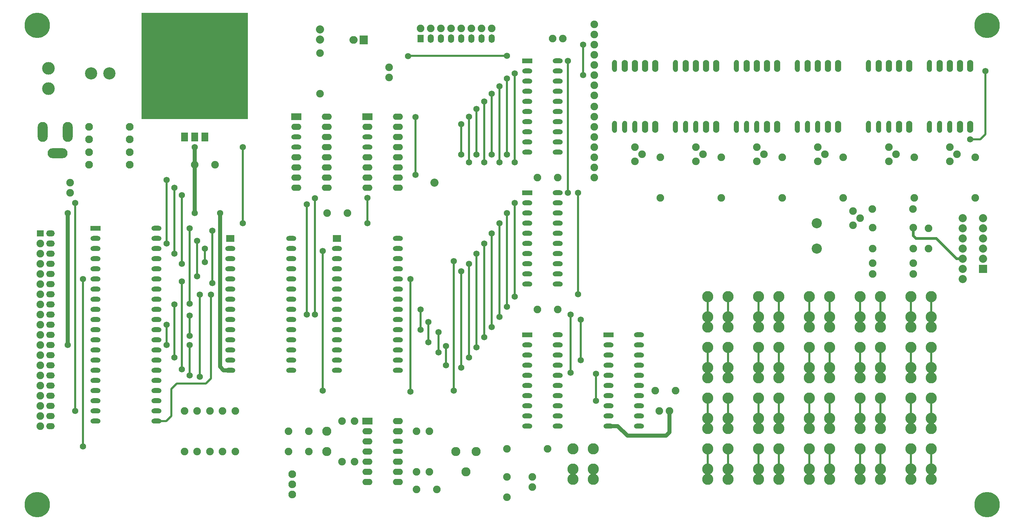
<source format=gtl>
G04 Layer_Physical_Order=1*
G04 Layer_Color=255*
%FSLAX25Y25*%
%MOIN*%
G70*
G01*
G75*
%ADD10C,0.02000*%
%ADD11C,0.04000*%
%ADD12C,0.02500*%
%ADD13R,1.04600X1.05000*%
%ADD14C,0.11000*%
%ADD15C,0.08000*%
%ADD16C,0.07500*%
%ADD17O,0.10000X0.05000*%
%ADD18R,0.10000X0.05000*%
%ADD19R,0.10000X0.07000*%
%ADD20O,0.10000X0.06000*%
%ADD21R,0.08000X0.06500*%
%ADD22C,0.12000*%
%ADD23O,0.06000X0.08500*%
%ADD24R,0.06000X0.07500*%
%ADD25C,0.10000*%
%ADD26C,0.09000*%
%ADD27R,0.07000X0.06000*%
%ADD28O,0.08500X0.06000*%
%ADD29O,0.05000X0.12000*%
%ADD30O,0.06000X0.12000*%
%ADD31R,0.08000X0.08500*%
%ADD32O,0.08000X0.07600*%
%ADD33C,0.07600*%
%ADD34R,0.08000X0.08000*%
%ADD35O,0.19700X0.09800*%
%ADD36O,0.09800X0.19700*%
%ADD37C,0.12500*%
%ADD38C,0.25000*%
%ADD39R,0.07000X0.09000*%
%ADD40C,0.24000*%
%ADD41C,0.06200*%
D10*
X800000Y527000D02*
Y609500D01*
X795000Y522000D02*
X800000Y527000D01*
X766500Y522000D02*
X795000D01*
X910000Y515000D02*
Y652500D01*
X902500Y590000D02*
Y704500D01*
X1154000Y532500D02*
Y590000D01*
X1562500Y767500D02*
Y830000D01*
X1166500Y826000D02*
Y856000D01*
X779000Y600500D02*
Y675000D01*
Y600000D02*
Y600500D01*
X1509000Y587500D02*
Y607500D01*
Y537500D02*
Y557500D01*
Y487500D02*
Y507500D01*
Y437500D02*
Y457500D01*
X1489000Y587500D02*
Y607500D01*
Y537500D02*
Y557500D01*
Y487500D02*
Y507500D01*
Y437500D02*
Y457500D01*
X1459000Y587500D02*
Y607500D01*
Y537500D02*
Y557500D01*
Y487500D02*
Y507500D01*
Y437500D02*
Y457500D01*
X1409000Y587500D02*
Y607500D01*
Y537500D02*
Y557500D01*
Y487500D02*
Y507500D01*
Y437500D02*
Y457500D01*
X1439000Y587500D02*
Y607500D01*
Y537500D02*
Y557500D01*
Y487500D02*
Y507500D01*
Y437500D02*
Y457500D01*
X1389000Y587500D02*
Y607500D01*
Y537500D02*
Y557500D01*
Y487500D02*
Y507500D01*
Y437500D02*
Y457500D01*
X1359000Y437500D02*
Y457500D01*
Y537500D02*
Y557500D01*
Y587500D02*
Y607500D01*
Y487500D02*
Y507500D01*
X1339000Y437500D02*
Y457500D01*
Y537500D02*
Y557500D01*
Y587500D02*
Y607500D01*
Y487500D02*
Y507500D01*
X1289000Y437500D02*
Y457500D01*
Y487500D02*
Y507500D01*
Y537500D02*
Y557500D01*
Y587500D02*
Y607500D01*
X1309000Y437500D02*
Y457500D01*
Y487500D02*
Y507500D01*
Y537500D02*
Y557500D01*
Y587500D02*
Y607500D01*
X1161500Y610000D02*
Y710000D01*
X1179000Y505000D02*
Y531500D01*
X1164000Y545000D02*
Y585000D01*
X1151500Y710000D02*
Y840000D01*
X1091500Y747500D02*
Y822500D01*
Y597500D02*
Y690000D01*
X1099000Y740000D02*
Y827500D01*
Y607500D02*
Y700000D01*
X1061500Y747500D02*
Y792500D01*
Y557500D02*
Y650000D01*
X1076500Y747500D02*
Y807500D01*
Y577500D02*
Y670000D01*
X1069000Y740000D02*
Y800000D01*
Y567500D02*
Y660000D01*
X1084000Y740000D02*
Y815000D01*
Y587500D02*
Y680000D01*
X1024000Y552500D02*
Y572500D01*
X1031500Y540000D02*
Y559000D01*
X1054000Y547500D02*
Y640000D01*
Y740000D02*
Y785000D01*
X1046500Y747500D02*
Y777500D01*
Y537500D02*
Y632500D01*
X1039000Y515000D02*
Y642500D01*
X996500Y514000D02*
Y625000D01*
X1001500Y727500D02*
Y784500D01*
X1006500Y575000D02*
Y595000D01*
X1014000Y562500D02*
Y582500D01*
X954000Y680000D02*
Y705000D01*
X894500Y590000D02*
Y698500D01*
X801500Y621000D02*
Y672500D01*
X831500Y680000D02*
Y755000D01*
X771500Y536000D02*
Y622500D01*
Y640000D02*
Y707500D01*
X779000Y569000D02*
Y589000D01*
Y530000D02*
Y560000D01*
X786500Y627500D02*
Y662500D01*
X794000Y641500D02*
Y655000D01*
X789000Y528500D02*
Y609500D01*
X761000Y516500D02*
X766500Y522000D01*
X756000Y485000D02*
X761000Y490000D01*
Y516500D01*
X756500Y560000D02*
Y580000D01*
Y660000D02*
Y722500D01*
X764000Y547500D02*
Y600000D01*
Y650000D02*
Y715000D01*
X674000Y460000D02*
Y625000D01*
X666500Y495000D02*
Y700000D01*
X746500Y485000D02*
X756000D01*
X1557500Y762500D02*
X1562500Y767500D01*
X1548500Y762500D02*
X1557500D01*
X994000Y844500D02*
X994500Y845000D01*
X1091500D01*
D11*
X812500Y535000D02*
X819000D01*
X809000Y538500D02*
X812500Y535000D01*
X809000Y538500D02*
Y690000D01*
X784000Y737500D02*
Y755000D01*
Y690000D02*
Y737500D01*
X1251500Y474000D02*
Y495000D01*
X1248000Y470500D02*
X1251500Y474000D01*
X1210000Y470500D02*
X1248000D01*
X1200500Y480000D02*
X1210000Y470500D01*
X1191500Y480000D02*
X1200500D01*
X659000Y560000D02*
Y690000D01*
D12*
X1534000Y645000D02*
X1540000D01*
X1514000Y665000D02*
X1534000Y645000D01*
X1494000Y665000D02*
X1514000D01*
X1491500Y667500D02*
X1494000Y665000D01*
X1491500Y667500D02*
Y675500D01*
D13*
X784300Y835000D02*
D03*
D14*
X1156500Y437500D02*
D03*
X1176500D02*
D03*
Y457500D02*
D03*
X1156500D02*
D03*
Y427500D02*
D03*
X1176500D02*
D03*
X1509000D02*
D03*
X1489000D02*
D03*
Y457500D02*
D03*
X1509000D02*
D03*
Y437500D02*
D03*
X1489000D02*
D03*
X1439000D02*
D03*
X1459000D02*
D03*
Y457500D02*
D03*
X1439000D02*
D03*
Y427500D02*
D03*
X1459000D02*
D03*
X1409000D02*
D03*
X1389000D02*
D03*
Y457500D02*
D03*
X1409000D02*
D03*
Y437500D02*
D03*
X1389000D02*
D03*
X1339000D02*
D03*
X1359000D02*
D03*
Y457500D02*
D03*
X1339000D02*
D03*
Y427500D02*
D03*
X1359000D02*
D03*
X1309000D02*
D03*
X1289000D02*
D03*
Y457500D02*
D03*
X1309000D02*
D03*
Y437500D02*
D03*
X1289000D02*
D03*
X1489000Y487500D02*
D03*
X1509000D02*
D03*
Y507500D02*
D03*
X1489000D02*
D03*
Y477500D02*
D03*
X1509000D02*
D03*
X1459000D02*
D03*
X1439000D02*
D03*
Y507500D02*
D03*
X1459000D02*
D03*
Y487500D02*
D03*
X1439000D02*
D03*
X1389000D02*
D03*
X1409000D02*
D03*
Y507500D02*
D03*
X1389000D02*
D03*
Y477500D02*
D03*
X1409000D02*
D03*
X1359000D02*
D03*
X1339000D02*
D03*
Y507500D02*
D03*
X1359000D02*
D03*
Y487500D02*
D03*
X1339000D02*
D03*
X1289000D02*
D03*
X1309000D02*
D03*
Y507500D02*
D03*
X1289000D02*
D03*
Y477500D02*
D03*
X1309000D02*
D03*
X1509000Y527500D02*
D03*
X1489000D02*
D03*
Y557500D02*
D03*
X1509000D02*
D03*
Y537500D02*
D03*
X1489000D02*
D03*
X1439000D02*
D03*
X1459000D02*
D03*
Y557500D02*
D03*
X1439000D02*
D03*
Y527500D02*
D03*
X1459000D02*
D03*
X1409000D02*
D03*
X1389000D02*
D03*
Y557500D02*
D03*
X1409000D02*
D03*
Y537500D02*
D03*
X1389000D02*
D03*
X1339000D02*
D03*
X1359000D02*
D03*
Y557500D02*
D03*
X1339000D02*
D03*
Y527500D02*
D03*
X1359000D02*
D03*
X1309000D02*
D03*
X1289000D02*
D03*
Y557500D02*
D03*
X1309000D02*
D03*
Y537500D02*
D03*
X1289000D02*
D03*
X1489000Y587500D02*
D03*
X1509000D02*
D03*
Y607500D02*
D03*
X1489000D02*
D03*
Y577500D02*
D03*
X1509000D02*
D03*
X1459000D02*
D03*
X1439000D02*
D03*
Y607500D02*
D03*
X1459000D02*
D03*
Y587500D02*
D03*
X1439000D02*
D03*
X1389000D02*
D03*
X1409000D02*
D03*
Y607500D02*
D03*
X1389000D02*
D03*
Y577500D02*
D03*
X1409000D02*
D03*
X1359000D02*
D03*
X1339000D02*
D03*
Y607500D02*
D03*
X1359000D02*
D03*
Y587500D02*
D03*
X1339000D02*
D03*
X1289000D02*
D03*
X1309000D02*
D03*
Y607500D02*
D03*
X1289000D02*
D03*
Y577500D02*
D03*
X1309000D02*
D03*
D15*
X1020000Y720000D02*
D03*
X1540000Y625000D02*
D03*
X907500Y861000D02*
D03*
Y871000D02*
D03*
X1540000Y685000D02*
D03*
Y675000D02*
D03*
X1560000Y685000D02*
D03*
Y665000D02*
D03*
Y645000D02*
D03*
Y655000D02*
D03*
Y675000D02*
D03*
X1540000Y635000D02*
D03*
Y645000D02*
D03*
Y655000D02*
D03*
Y665000D02*
D03*
D16*
X1022500Y417500D02*
D03*
X1002500D02*
D03*
X876500Y455000D02*
D03*
X896500D02*
D03*
X876500Y475000D02*
D03*
X896500D02*
D03*
X1177500Y846000D02*
D03*
Y836000D02*
D03*
Y826000D02*
D03*
Y816000D02*
D03*
Y806000D02*
D03*
Y856000D02*
D03*
Y866000D02*
D03*
Y876000D02*
D03*
Y765000D02*
D03*
Y755000D02*
D03*
Y745000D02*
D03*
Y735000D02*
D03*
Y725000D02*
D03*
Y775000D02*
D03*
Y785000D02*
D03*
Y795000D02*
D03*
X1451500Y640500D02*
D03*
X1491500D02*
D03*
X1006500Y872000D02*
D03*
X1016500D02*
D03*
X1026500D02*
D03*
X1036500D02*
D03*
X1046500D02*
D03*
X1056500D02*
D03*
X1066500D02*
D03*
X1076500D02*
D03*
X1439000Y685000D02*
D03*
X1432000Y678000D02*
D03*
Y692000D02*
D03*
X934500Y690000D02*
D03*
X914500D02*
D03*
X1491500Y655000D02*
D03*
X1451500D02*
D03*
X1491000Y694000D02*
D03*
X1451000D02*
D03*
X1257500Y515000D02*
D03*
X1237500D02*
D03*
X1015000Y475000D02*
D03*
Y435000D02*
D03*
X1002500Y475000D02*
D03*
Y435000D02*
D03*
X941500Y485000D02*
D03*
Y445000D02*
D03*
X929000Y485000D02*
D03*
Y445000D02*
D03*
X1091500Y457500D02*
D03*
X1131500D02*
D03*
X907500Y807500D02*
D03*
Y847500D02*
D03*
X1491500Y630000D02*
D03*
X1451500D02*
D03*
X1506500Y675000D02*
D03*
Y655000D02*
D03*
X632000Y660000D02*
D03*
Y650000D02*
D03*
Y640000D02*
D03*
Y630000D02*
D03*
Y620000D02*
D03*
Y610000D02*
D03*
Y600000D02*
D03*
Y590000D02*
D03*
Y580000D02*
D03*
Y570000D02*
D03*
Y560000D02*
D03*
Y550000D02*
D03*
Y540000D02*
D03*
Y530000D02*
D03*
Y520000D02*
D03*
Y510000D02*
D03*
Y500000D02*
D03*
Y490000D02*
D03*
Y480000D02*
D03*
X661500Y710000D02*
D03*
Y720000D02*
D03*
X1136500Y862000D02*
D03*
X1146500D02*
D03*
X1116500Y430000D02*
D03*
Y420000D02*
D03*
X1251500Y495000D02*
D03*
X1241500D02*
D03*
X774000D02*
D03*
Y455000D02*
D03*
X786500Y495000D02*
D03*
Y455000D02*
D03*
X799000Y495000D02*
D03*
Y455000D02*
D03*
X811500Y495000D02*
D03*
Y455000D02*
D03*
X824000Y495000D02*
D03*
Y455000D02*
D03*
X1552500Y745000D02*
D03*
Y705000D02*
D03*
X1527500Y755000D02*
D03*
Y741000D02*
D03*
X1534500Y748000D02*
D03*
X1492500Y705000D02*
D03*
Y745000D02*
D03*
X1474500Y748000D02*
D03*
X1467500Y741000D02*
D03*
Y755000D02*
D03*
X1422500Y705000D02*
D03*
Y745000D02*
D03*
X1397500Y755000D02*
D03*
Y741000D02*
D03*
X1404500Y748000D02*
D03*
X1362500Y705000D02*
D03*
Y745000D02*
D03*
X1344500Y748000D02*
D03*
X1337500Y741000D02*
D03*
Y755000D02*
D03*
X1302500Y705000D02*
D03*
Y745000D02*
D03*
X1277500Y755000D02*
D03*
Y741000D02*
D03*
X1284500Y748000D02*
D03*
X1242500Y705000D02*
D03*
Y745000D02*
D03*
X1224500Y748000D02*
D03*
X1217500Y741000D02*
D03*
Y755000D02*
D03*
X784000Y737500D02*
D03*
X804000D02*
D03*
X975500Y823500D02*
D03*
Y833500D02*
D03*
X1091500Y410000D02*
D03*
Y430000D02*
D03*
X1121500Y595000D02*
D03*
X1141500D02*
D03*
X1121500Y725000D02*
D03*
X1141500D02*
D03*
X1451500Y675500D02*
D03*
X1491500D02*
D03*
D17*
X1221500Y570000D02*
D03*
Y560000D02*
D03*
Y550000D02*
D03*
Y540000D02*
D03*
Y530000D02*
D03*
Y520000D02*
D03*
Y510000D02*
D03*
Y500000D02*
D03*
Y490000D02*
D03*
Y480000D02*
D03*
X1191500D02*
D03*
Y490000D02*
D03*
Y500000D02*
D03*
Y510000D02*
D03*
Y520000D02*
D03*
Y530000D02*
D03*
Y540000D02*
D03*
Y550000D02*
D03*
Y560000D02*
D03*
X746500Y675000D02*
D03*
Y665000D02*
D03*
Y655000D02*
D03*
Y645000D02*
D03*
Y635000D02*
D03*
Y625000D02*
D03*
Y615000D02*
D03*
Y605000D02*
D03*
Y595000D02*
D03*
Y585000D02*
D03*
Y575000D02*
D03*
Y565000D02*
D03*
Y555000D02*
D03*
Y545000D02*
D03*
Y535000D02*
D03*
Y525000D02*
D03*
Y515000D02*
D03*
Y505000D02*
D03*
Y495000D02*
D03*
Y485000D02*
D03*
X686500D02*
D03*
Y495000D02*
D03*
Y505000D02*
D03*
Y515000D02*
D03*
Y525000D02*
D03*
Y535000D02*
D03*
Y545000D02*
D03*
Y555000D02*
D03*
Y565000D02*
D03*
Y575000D02*
D03*
Y585000D02*
D03*
Y595000D02*
D03*
Y605000D02*
D03*
Y615000D02*
D03*
Y625000D02*
D03*
Y635000D02*
D03*
Y645000D02*
D03*
Y655000D02*
D03*
Y665000D02*
D03*
X954000Y765000D02*
D03*
Y755000D02*
D03*
X984000Y665000D02*
D03*
Y655000D02*
D03*
Y645000D02*
D03*
Y635000D02*
D03*
Y625000D02*
D03*
Y615000D02*
D03*
Y605000D02*
D03*
Y595000D02*
D03*
Y585000D02*
D03*
Y575000D02*
D03*
Y565000D02*
D03*
Y555000D02*
D03*
Y545000D02*
D03*
Y535000D02*
D03*
X924000D02*
D03*
Y545000D02*
D03*
Y555000D02*
D03*
Y565000D02*
D03*
Y575000D02*
D03*
Y585000D02*
D03*
Y595000D02*
D03*
Y605000D02*
D03*
Y615000D02*
D03*
Y625000D02*
D03*
Y635000D02*
D03*
Y645000D02*
D03*
Y655000D02*
D03*
X819000D02*
D03*
Y645000D02*
D03*
Y635000D02*
D03*
Y625000D02*
D03*
Y615000D02*
D03*
Y605000D02*
D03*
Y595000D02*
D03*
Y585000D02*
D03*
Y575000D02*
D03*
Y565000D02*
D03*
Y555000D02*
D03*
Y545000D02*
D03*
Y535000D02*
D03*
X879000D02*
D03*
Y545000D02*
D03*
Y555000D02*
D03*
Y565000D02*
D03*
Y575000D02*
D03*
Y585000D02*
D03*
Y595000D02*
D03*
Y605000D02*
D03*
Y615000D02*
D03*
Y625000D02*
D03*
Y635000D02*
D03*
Y645000D02*
D03*
Y655000D02*
D03*
Y665000D02*
D03*
X1141500Y570000D02*
D03*
Y560000D02*
D03*
Y550000D02*
D03*
Y540000D02*
D03*
Y530000D02*
D03*
Y520000D02*
D03*
Y510000D02*
D03*
Y500000D02*
D03*
Y490000D02*
D03*
Y480000D02*
D03*
X1111500D02*
D03*
Y490000D02*
D03*
Y500000D02*
D03*
Y510000D02*
D03*
Y520000D02*
D03*
Y530000D02*
D03*
Y540000D02*
D03*
Y550000D02*
D03*
Y560000D02*
D03*
X1141500Y710000D02*
D03*
Y700000D02*
D03*
Y690000D02*
D03*
Y680000D02*
D03*
Y670000D02*
D03*
Y660000D02*
D03*
Y650000D02*
D03*
Y640000D02*
D03*
Y630000D02*
D03*
Y620000D02*
D03*
X1111500D02*
D03*
Y630000D02*
D03*
Y640000D02*
D03*
Y650000D02*
D03*
Y660000D02*
D03*
Y670000D02*
D03*
Y680000D02*
D03*
Y690000D02*
D03*
Y700000D02*
D03*
X1141500Y840000D02*
D03*
Y830000D02*
D03*
Y820000D02*
D03*
Y810000D02*
D03*
Y800000D02*
D03*
Y790000D02*
D03*
Y780000D02*
D03*
Y770000D02*
D03*
Y760000D02*
D03*
Y750000D02*
D03*
X1111500D02*
D03*
Y760000D02*
D03*
Y770000D02*
D03*
Y780000D02*
D03*
Y790000D02*
D03*
Y800000D02*
D03*
Y810000D02*
D03*
Y820000D02*
D03*
Y830000D02*
D03*
X984000Y455000D02*
D03*
Y465000D02*
D03*
X884000Y765000D02*
D03*
Y755000D02*
D03*
D18*
X1191500Y570000D02*
D03*
X686500Y675000D02*
D03*
X1111500Y570000D02*
D03*
Y710000D02*
D03*
Y840000D02*
D03*
D19*
X954000Y785000D02*
D03*
Y485000D02*
D03*
X884000Y785000D02*
D03*
D20*
X954000Y775000D02*
D03*
Y745000D02*
D03*
Y735000D02*
D03*
Y725000D02*
D03*
Y715000D02*
D03*
X984000D02*
D03*
Y725000D02*
D03*
Y735000D02*
D03*
Y745000D02*
D03*
Y755000D02*
D03*
Y765000D02*
D03*
Y775000D02*
D03*
Y785000D02*
D03*
X954000Y475000D02*
D03*
Y465000D02*
D03*
Y455000D02*
D03*
Y445000D02*
D03*
Y435000D02*
D03*
Y425000D02*
D03*
X984000D02*
D03*
Y435000D02*
D03*
Y445000D02*
D03*
Y475000D02*
D03*
Y485000D02*
D03*
X884000Y775000D02*
D03*
Y745000D02*
D03*
Y735000D02*
D03*
Y725000D02*
D03*
Y715000D02*
D03*
X914000D02*
D03*
Y725000D02*
D03*
Y735000D02*
D03*
Y745000D02*
D03*
Y755000D02*
D03*
Y765000D02*
D03*
Y775000D02*
D03*
Y785000D02*
D03*
D21*
X924000Y665000D02*
D03*
X819000D02*
D03*
D22*
X700000Y827500D02*
D03*
X682000D02*
D03*
D23*
X1016500Y862000D02*
D03*
X1026500D02*
D03*
X1036500D02*
D03*
X1046500D02*
D03*
X1056500D02*
D03*
X1066500D02*
D03*
X1076500D02*
D03*
D24*
X1006500D02*
D03*
D25*
X1396500Y655000D02*
D03*
Y680000D02*
D03*
D26*
X914000Y475000D02*
D03*
Y455000D02*
D03*
X1051000Y435000D02*
D03*
X1041000Y455000D02*
D03*
X1061000D02*
D03*
D27*
X632000Y670000D02*
D03*
D28*
X642000D02*
D03*
Y660000D02*
D03*
Y650000D02*
D03*
Y640000D02*
D03*
Y630000D02*
D03*
Y620000D02*
D03*
Y610000D02*
D03*
Y600000D02*
D03*
Y590000D02*
D03*
Y580000D02*
D03*
Y570000D02*
D03*
Y560000D02*
D03*
Y550000D02*
D03*
Y540000D02*
D03*
Y530000D02*
D03*
Y520000D02*
D03*
Y510000D02*
D03*
Y500000D02*
D03*
Y490000D02*
D03*
Y480000D02*
D03*
D29*
X1197500Y775000D02*
D03*
X1207500D02*
D03*
X1217500D02*
D03*
X1197500Y835000D02*
D03*
X1257500D02*
D03*
X1277500Y775000D02*
D03*
X1267500D02*
D03*
X1257500D02*
D03*
X1317500D02*
D03*
X1327500D02*
D03*
X1337500D02*
D03*
X1317500Y835000D02*
D03*
X1377500D02*
D03*
X1397500Y775000D02*
D03*
X1387500D02*
D03*
X1377500D02*
D03*
X1447500D02*
D03*
X1457500D02*
D03*
X1467500D02*
D03*
X1447500Y835000D02*
D03*
X1507500D02*
D03*
X1527500Y775000D02*
D03*
X1517500D02*
D03*
X1507500D02*
D03*
D30*
X1227500D02*
D03*
X1237500D02*
D03*
Y835000D02*
D03*
X1227500D02*
D03*
X1217500D02*
D03*
X1207500D02*
D03*
X1267500D02*
D03*
X1277500D02*
D03*
X1287500D02*
D03*
X1297500D02*
D03*
Y775000D02*
D03*
X1287500D02*
D03*
X1347500D02*
D03*
X1357500D02*
D03*
Y835000D02*
D03*
X1347500D02*
D03*
X1337500D02*
D03*
X1327500D02*
D03*
X1387500D02*
D03*
X1397500D02*
D03*
X1407500D02*
D03*
X1417500D02*
D03*
Y775000D02*
D03*
X1407500D02*
D03*
X1477500D02*
D03*
X1487500D02*
D03*
Y835000D02*
D03*
X1477500D02*
D03*
X1467500D02*
D03*
X1457500D02*
D03*
X1517500D02*
D03*
X1527500D02*
D03*
X1537500D02*
D03*
X1547500D02*
D03*
Y775000D02*
D03*
X1537500D02*
D03*
D31*
X950500Y860500D02*
D03*
D32*
X940500D02*
D03*
D33*
X720000Y775000D02*
D03*
X680000D02*
D03*
X880000Y432500D02*
D03*
Y422500D02*
D03*
Y412500D02*
D03*
X680000Y737500D02*
D03*
X720000D02*
D03*
X680000Y762500D02*
D03*
X720000D02*
D03*
Y750000D02*
D03*
X680000D02*
D03*
D34*
X1560000Y635000D02*
D03*
D35*
X649300Y748800D02*
D03*
D36*
X659100Y770000D02*
D03*
X634500D02*
D03*
D37*
X640000Y832500D02*
D03*
Y812500D02*
D03*
D38*
X1564000Y402500D02*
D03*
Y875000D02*
D03*
X629000D02*
D03*
Y402500D02*
D03*
D39*
X774000Y765000D02*
D03*
X784000D02*
D03*
X794000D02*
D03*
D40*
X784000Y835000D02*
D03*
D41*
X800000Y609500D02*
D03*
X910000Y515000D02*
D03*
Y652500D02*
D03*
X902500Y590000D02*
D03*
Y704500D02*
D03*
X1164000Y545000D02*
D03*
Y585000D02*
D03*
X1154000Y590000D02*
D03*
X1562500Y830000D02*
D03*
X1166500Y856000D02*
D03*
Y826000D02*
D03*
X1154000Y532500D02*
D03*
X1161500Y610000D02*
D03*
Y710000D02*
D03*
X1179000Y531500D02*
D03*
Y505000D02*
D03*
X1151500Y840000D02*
D03*
Y710000D02*
D03*
X1091500Y822500D02*
D03*
Y747500D02*
D03*
Y690000D02*
D03*
Y597500D02*
D03*
X1099000Y827500D02*
D03*
Y740000D02*
D03*
Y700000D02*
D03*
Y607500D02*
D03*
X1061500Y792500D02*
D03*
Y747500D02*
D03*
Y650000D02*
D03*
Y557500D02*
D03*
X1076500Y747500D02*
D03*
Y670000D02*
D03*
Y577500D02*
D03*
Y807500D02*
D03*
X1069000Y800000D02*
D03*
Y740000D02*
D03*
Y660000D02*
D03*
Y567500D02*
D03*
X1084000Y740000D02*
D03*
Y680000D02*
D03*
Y587500D02*
D03*
Y815000D02*
D03*
X1024000Y552500D02*
D03*
Y572500D02*
D03*
X1031500Y559000D02*
D03*
Y540000D02*
D03*
X1054000Y640000D02*
D03*
Y547500D02*
D03*
Y740000D02*
D03*
Y785000D02*
D03*
X1046500Y747500D02*
D03*
Y777500D02*
D03*
Y632500D02*
D03*
Y537500D02*
D03*
X1039000Y642500D02*
D03*
Y515000D02*
D03*
X996500Y514000D02*
D03*
Y625000D02*
D03*
X1001500Y784500D02*
D03*
Y727500D02*
D03*
X1006500Y595000D02*
D03*
Y575000D02*
D03*
X1014000Y562500D02*
D03*
Y582500D02*
D03*
X954000Y705000D02*
D03*
Y680000D02*
D03*
X894500Y698500D02*
D03*
Y590000D02*
D03*
X801500Y621000D02*
D03*
Y672500D02*
D03*
X809000Y690000D02*
D03*
X831500Y680000D02*
D03*
Y755000D02*
D03*
X771500Y536000D02*
D03*
Y622500D02*
D03*
Y640000D02*
D03*
Y707500D02*
D03*
X779000Y569000D02*
D03*
Y589000D02*
D03*
Y530000D02*
D03*
Y560000D02*
D03*
Y600500D02*
D03*
Y675000D02*
D03*
X784000Y755000D02*
D03*
Y690000D02*
D03*
X786500Y627500D02*
D03*
Y662500D02*
D03*
X794000Y655000D02*
D03*
Y641500D02*
D03*
X789000Y528500D02*
D03*
Y609500D02*
D03*
X756500Y560000D02*
D03*
Y580000D02*
D03*
Y660000D02*
D03*
Y722500D02*
D03*
X764000Y547500D02*
D03*
Y600000D02*
D03*
Y650000D02*
D03*
Y715000D02*
D03*
X674000Y460000D02*
D03*
Y625000D02*
D03*
X659000Y690000D02*
D03*
Y560000D02*
D03*
X666500Y495000D02*
D03*
Y700000D02*
D03*
X1547500Y762500D02*
D03*
X1091500Y845000D02*
D03*
X994000Y844500D02*
D03*
M02*

</source>
